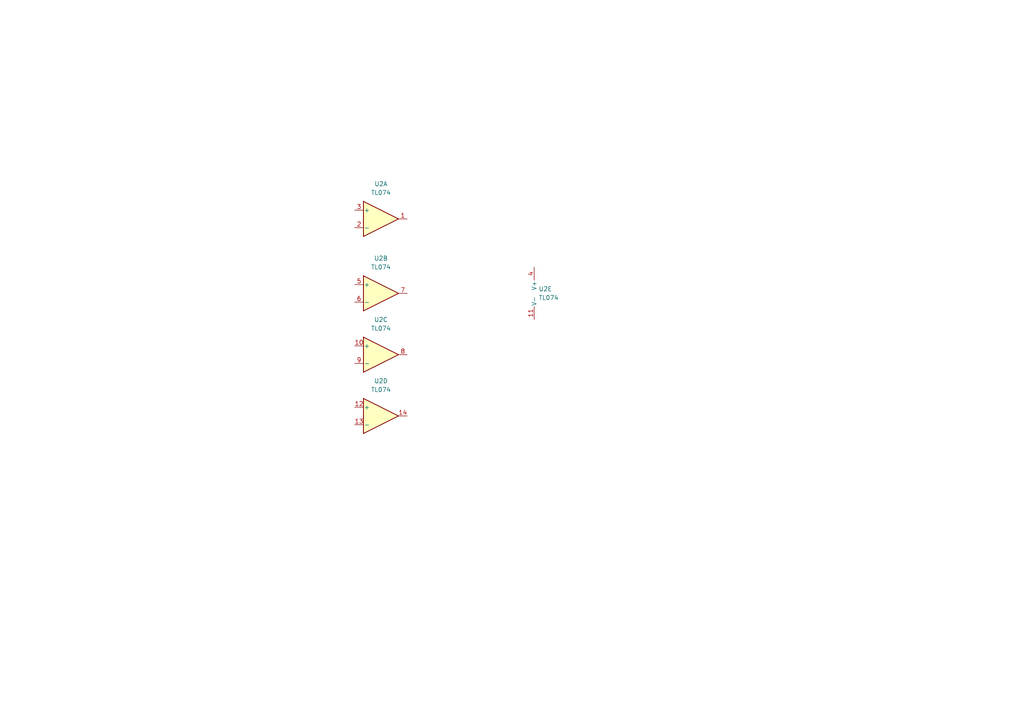
<source format=kicad_sch>
(kicad_sch (version 20231120) (generator "eeschema") (generator_version "8.0")
  (paper "A4")
  (lib_symbols
    (symbol "Amplifier_Operational:TL074" (pin_names (offset 0.127))
      (property "Reference" "U" (at 0 5.08 0))
      (property "Value" "TL074" (at 0 -5.08 0))
      (symbol "TL074_1_1"
        (polyline (pts (xy -5.08 5.08) (xy 5.08 0) (xy -5.08 -5.08) (xy -5.08 5.08)) (stroke (width 0.254)) (fill (type background)))
        (pin output line (at 7.62 0 180) (length 2.54) (name "~") (number "1"))
        (pin input line (at -7.62 -2.54 0) (length 2.54) (name "-") (number "2"))
        (pin input line (at -7.62 2.54 0) (length 2.54) (name "+") (number "3"))
      )
      (symbol "TL074_2_1"
        (polyline (pts (xy -5.08 5.08) (xy 5.08 0) (xy -5.08 -5.08) (xy -5.08 5.08)) (stroke (width 0.254)) (fill (type background)))
        (pin input line (at -7.62 2.54 0) (length 2.54) (name "+") (number "5"))
        (pin input line (at -7.62 -2.54 0) (length 2.54) (name "-") (number "6"))
        (pin output line (at 7.62 0 180) (length 2.54) (name "~") (number "7"))
      )
      (symbol "TL074_3_1"
        (polyline (pts (xy -5.08 5.08) (xy 5.08 0) (xy -5.08 -5.08) (xy -5.08 5.08)) (stroke (width 0.254)) (fill (type background)))
        (pin input line (at -7.62 2.54 0) (length 2.54) (name "+") (number "10"))
        (pin output line (at 7.62 0 180) (length 2.54) (name "~") (number "8"))
        (pin input line (at -7.62 -2.54 0) (length 2.54) (name "-") (number "9"))
      )
      (symbol "TL074_4_1"
        (polyline (pts (xy -5.08 5.08) (xy 5.08 0) (xy -5.08 -5.08) (xy -5.08 5.08)) (stroke (width 0.254)) (fill (type background)))
        (pin input line (at -7.62 2.54 0) (length 2.54) (name "+") (number "12"))
        (pin input line (at -7.62 -2.54 0) (length 2.54) (name "-") (number "13"))
        (pin output line (at 7.62 0 180) (length 2.54) (name "~") (number "14"))
      )
      (symbol "TL074_5_1"
        (pin power_in line (at -2.54 -7.62 90) (length 3.81) (name "V-") (number "11"))
        (pin power_in line (at -2.54 7.62 270) (length 3.81) (name "V+") (number "4"))
      )
    )
  )
  (symbol (lib_id "Amplifier_Operational:TL074") (at 157.48 85.09 0) (unit 5)
    (property "Reference" "U2" (at 156.21 83.8199 0) (effects (justify left)))
    (property "Value" "TL074" (at 156.21 86.3599 0) (effects (justify left)))
    (property "Footprint" "Package_SO:TSSOP-14-1EP_4.4x5mm_P0.65mm" (effects (hide yes)))
    (property "Datasheet" "http://www.ti.com/lit/ds/symlink/tl071.pdf" (effects (hide yes)))
    (property "Description" "Quad Low-Noise JFET-Input Operational Amplifiers, DIP-14/SOIC-14" (effects (hide yes)))
  )
  (symbol (lib_id "Amplifier_Operational:TL074") (at 110.49 120.65 0) (unit 4)
    (property "Reference" "U2" (at 110.49 110.49 0))
    (property "Value" "TL074" (at 110.49 113.03 0))
    (property "Footprint" "Package_SO:TSSOP-14-1EP_4.4x5mm_P0.65mm" (effects (hide yes)))
    (property "Datasheet" "http://www.ti.com/lit/ds/symlink/tl071.pdf" (effects (hide yes)))
    (property "Description" "Quad Low-Noise JFET-Input Operational Amplifiers, DIP-14/SOIC-14" (effects (hide yes)))
  )
  (symbol (lib_id "Amplifier_Operational:TL074") (at 110.49 85.09 0) (unit 2)
    (property "Reference" "U2" (at 110.49 74.93 0))
    (property "Value" "TL074" (at 110.49 77.47 0))
    (property "Footprint" "Package_SO:TSSOP-14-1EP_4.4x5mm_P0.65mm" (effects (hide yes)))
    (property "Datasheet" "http://www.ti.com/lit/ds/symlink/tl071.pdf" (effects (hide yes)))
    (property "Description" "Quad Low-Noise JFET-Input Operational Amplifiers, DIP-14/SOIC-14" (effects (hide yes)))
  )
  (symbol (lib_id "Amplifier_Operational:TL074") (at 110.49 63.5 0) (unit 1)
    (property "Reference" "U2" (at 110.49 53.34 0))
    (property "Value" "TL074" (at 110.49 55.88 0))
    (property "Footprint" "Package_SO:TSSOP-14-1EP_4.4x5mm_P0.65mm" (effects (hide yes)))
    (property "Datasheet" "http://www.ti.com/lit/ds/symlink/tl071.pdf" (effects (hide yes)))
    (property "Description" "Quad Low-Noise JFET-Input Operational Amplifiers, DIP-14/SOIC-14" (effects (hide yes)))
  )
  (symbol (lib_id "Amplifier_Operational:TL074") (at 110.49 102.87 0) (unit 3)
    (property "Reference" "U2" (at 110.49 92.71 0))
    (property "Value" "TL074" (at 110.49 95.25 0))
    (property "Footprint" "Package_SO:TSSOP-14-1EP_4.4x5mm_P0.65mm" (effects (hide yes)))
    (property "Datasheet" "http://www.ti.com/lit/ds/symlink/tl071.pdf" (effects (hide yes)))
    (property "Description" "Quad Low-Noise JFET-Input Operational Amplifiers, DIP-14/SOIC-14" (effects (hide yes)))
  )
)
</source>
